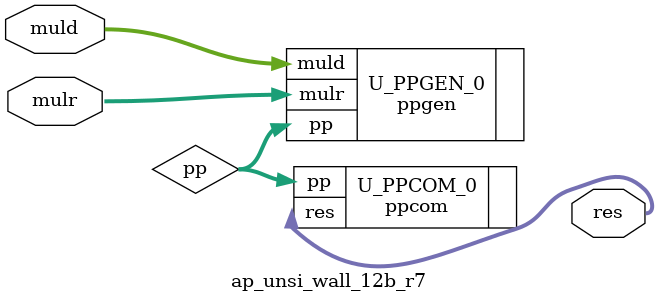
<source format=v>
module ap_unsi_wall_12b_r7 (
    input  [11:0] muld,
    input  [11:0] mulr,
    
    output [23:0] res
);

wire [143:0] pp;

ppgen #(
    .DW                             (  12                           ))
U_PPGEN_0(
    .muld                           ( muld                          ),
    .mulr                           ( mulr                          ),
    .pp                             ( pp                            )
);


ppcom U_PPCOM_0(
    .pp                             ( pp                            ),
    .res                            ( res                           )
);


endmodule

</source>
